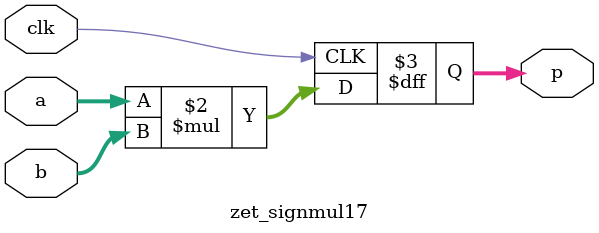
<source format=v>
/*
 *  Altera Quartus II multiplier inference module
 *  Copyright (C) 2008-2010  Zeus Gomez Marmolejo <zeus@aluzina.org>
 *
 *  This file is part of the Zet processor. This processor is free
 *  hardware; you can redistribute it and/or modify it under the terms of
 *  the GNU General Public License as published by the Free Software
 *  Foundation; either version 3, or (at your option) any later version.
 *
 *  Zet is distrubuted in the hope that it will be useful, but WITHOUT
 *  ANY WARRANTY; without even the implied warranty of MERCHANTABILITY
 *  or FITNESS FOR A PARTICULAR PURPOSE. See the GNU General Public
 *  License for more details.
 *
 *  You should have received a copy of the GNU General Public License
 *  along with Zet; see the file COPYING. If not, see
 *  <http://www.gnu.org/licenses/>.
 */

module zet_signmul17 (
    input clk,

    input      signed [16:0] a,
    input      signed [16:0] b,
    output reg signed [33:0] p
  );

  // Behaviour
  always @(posedge clk) p <= a * b;
endmodule

</source>
